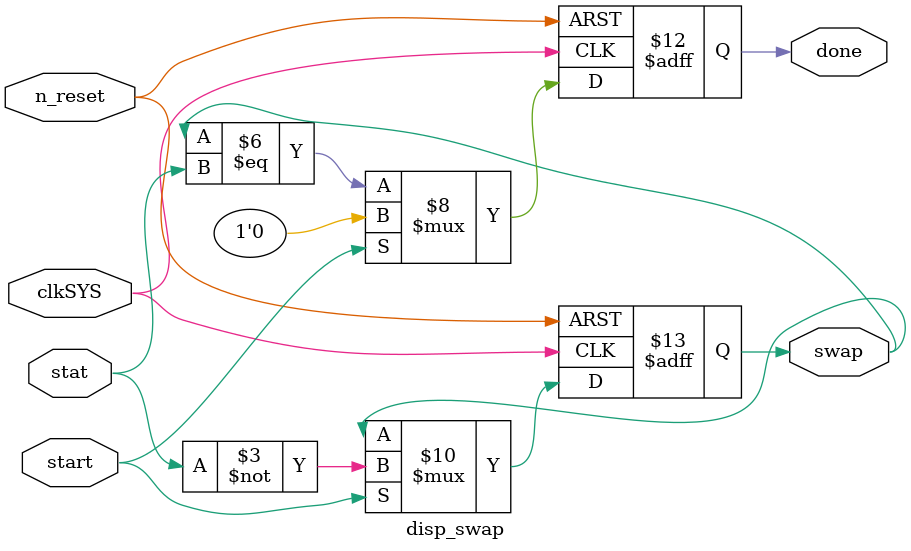
<source format=sv>
module disp_swap (
	input logic clkSYS, n_reset,
	input logic start,
	output logic done,

	input logic stat,
	output logic swap
);

always_ff @(posedge clkSYS, negedge n_reset)
	if (~n_reset)
		swap <= 1'b0;
	else if (start)
		swap <= ~stat;

always_ff @(posedge clkSYS, negedge n_reset)
	if (~n_reset)
		done <= 1'b0;
	else if (start)
		done <= 1'b0;
	else
		done <= swap == stat;

endmodule

</source>
